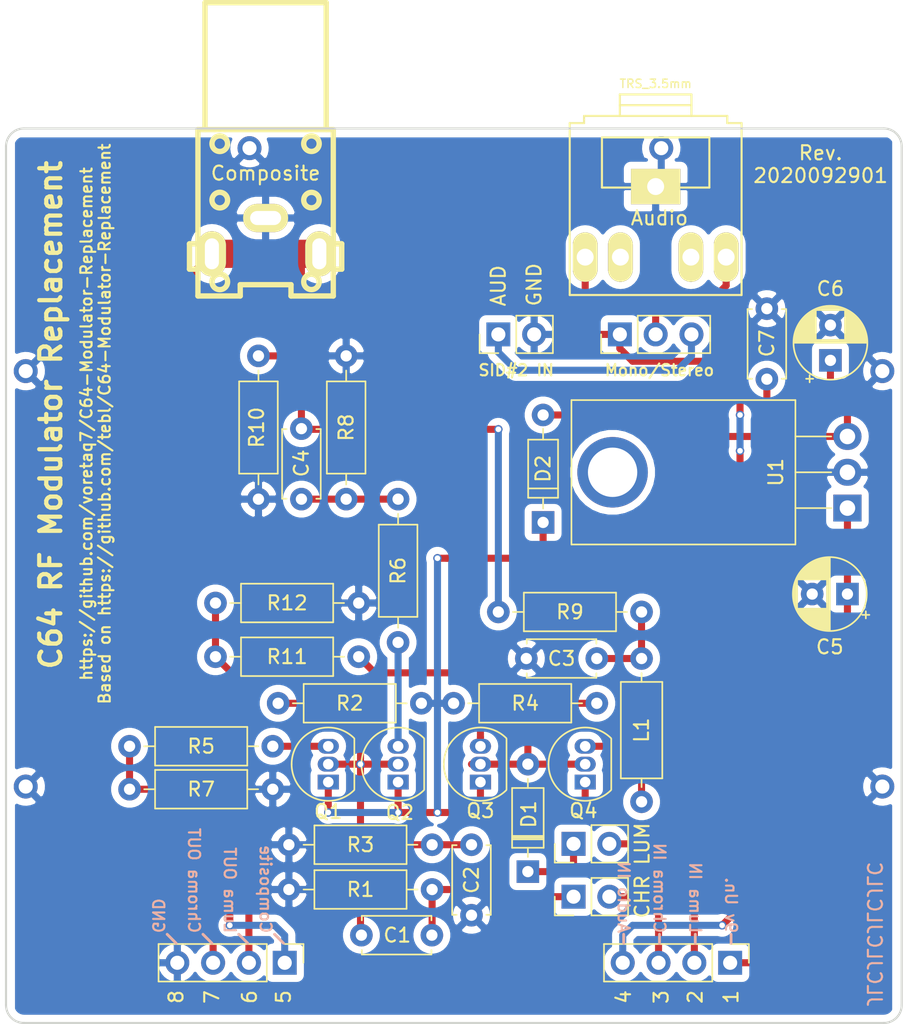
<source format=kicad_pcb>
(kicad_pcb (version 20171130) (host pcbnew "(5.1.6-0-10_14)")
  (layers (0 F.Cu signal) (31 B.Cu signal) (36 B.SilkS user) (37 F.SilkS user) (38 B.Mask user) (39 F.Mask user) (44 Edge.Cuts user))
  (net 0 "")
  (net 1 GND)
  (net 2 "Net-(C3-Pad1)")
  (net 3 "Net-(C6-Pad1)")
  (net 4 COMPOSITE)
  (net 5 VCC)
  (net 6 LUMA_IN)
  (net 7 LUMA_OUT)
  (net 8 CHROMA_OUT)
  (net 9 CHROMA_IN)
  (net 10 AUDIO_IN)
  (net 11 /AUD_R)
  (net 12 +9V)
  (net 13 "Net-(C4-Pad1)")
  (net 14 "Net-(L1-Pad2)")
  (net 15 "Net-(Q1-Pad3)")
  (net 16 "Net-(Q3-Pad3)")
  (net 17 "Net-(C1-Pad1)")
  (net 18 "Net-(D1-Pad2)")
  (net 19 "Net-(J2-Pad2)")
  (net 20 "Net-(J2-Pad3)")
  (net 21 "Net-(Q2-Pad3)")
  (net 22 "Net-(J7-Pad1)")
  (module Connector_PinHeader_2.54mm:PinHeader_1x01_P2.54mm_Vertical (layer F.Cu) (at 120.142 108.9025)
    (fp_text reference J6 hide)
    (fp_text value Conn_01x01_Female)
    (pad 1 thru_hole circle (at 0 0) (size 1.7 1.7) (drill 1) (layers *.Cu *.Mask) (net 1 GND))
  )
  (module Connector_PinHeader_2.54mm:PinHeader_1x01_P2.54mm_Vertical (layer F.Cu) (at 120.142 79.4385)
    (fp_text reference J5 hide)
    (fp_text value Conn_01x01_Female)
    (pad 1 thru_hole circle (at 0 0) (size 1.7 1.7) (drill 1) (layers *.Cu *.Mask) (net 1 GND))
  )
  (module Connector_PinHeader_2.54mm:PinHeader_1x01_P2.54mm_Vertical (layer F.Cu) (at 136.017 63.627)
    (fp_text reference J10 hide)
    (fp_text value Conn_01x01_Female)
    (pad 1 thru_hole circle (at 0 0) (size 1.7 1.7) (drill 1) (layers *.Cu *.Mask) (net 1 GND))
  )
  (module Connector_PinHeader_2.54mm:PinHeader_1x01_P2.54mm_Vertical (layer F.Cu) (at 180.9115 108.9025)
    (fp_text reference J4 hide)
    (fp_text value Conn_01x01_Female)
    (pad 1 thru_hole circle (at 0 0) (size 1.7 1.7) (drill 1) (layers *.Cu *.Mask) (net 1 GND))
  )
  (module Connector_PinHeader_2.54mm:PinHeader_1x01_P2.54mm_Vertical (layer F.Cu) (at 180.9115 79.4385)
    (fp_text reference J3 hide)
    (fp_text value Conn_01x01_Female)
    (pad 1 thru_hole circle (at 0 0) (size 1.7 1.7) (drill 1) (layers *.Cu *.Mask) (net 1 GND))
  )
  (module Connector_PinHeader_2.54mm:PinHeader_1x01_P2.54mm_Vertical (layer F.Cu) (at 165.227 63.627)
    (fp_text reference J11 hide)
    (fp_text value Conn_01x01_Female)
    (pad 1 thru_hole circle (at 0 0) (size 1.7 1.7) (drill 1) (layers *.Cu *.Mask) (net 1 GND))
  )
  (module Package_TO_SOT_THT:TO-220-3_Horizontal_TabDown (layer F.Cu) (at 178.435 89.154 90)
    (fp_text reference U1 (at 2.54 -5.08 90) (layer F.SilkS))
    (fp_text value LM7805)
    (pad 3 thru_hole oval (at 5.08 0 90) (size 1.905 2) (drill 1.1) (layers *.Cu *.Mask) (net 3 "Net-(C6-Pad1)"))
    (pad 2 thru_hole oval (at 2.54 0 90) (size 1.905 2) (drill 1.1) (layers *.Cu *.Mask) (net 1 GND))
    (pad 1 thru_hole rect (at 0 0 90) (size 1.905 2) (drill 1.1) (layers *.Cu *.Mask) (net 12 +9V))
    (pad "" thru_hole circle (at 2.54 -16.66 90) (size 5 5) (drill 3.5) (layers *.Cu *.Mask))
  )
  (module Connector_PinHeader_2.54mm:PinHeader_1x02_P2.54mm_Vertical (layer F.Cu) (at 153.67 76.835 90)
    (fp_text reference J7 hide)
    (fp_text value AUD_RIGHT)
    (pad 2 thru_hole oval (at 0 2.54 90) (size 1.7 1.7) (drill 1) (layers *.Cu *.Mask) (net 1 GND))
    (pad 1 thru_hole rect (at 0 0 90) (size 1.7 1.7) (drill 1) (layers *.Cu *.Mask) (net 22 "Net-(J7-Pad1)"))
  )
  (module Resistor_THT:R_Axial_DIN0207_L6.3mm_D2.5mm_P10.16mm_Horizontal (layer F.Cu) (at 127.508 109.093)
    (fp_text reference R7 (at 5.08 0) (layer F.SilkS))
    (fp_text value 220)
    (pad 2 thru_hole oval (at 10.16 0) (size 1.6 1.6) (drill 0.8) (layers *.Cu *.Mask) (net 1 GND))
    (pad 1 thru_hole circle (at 0 0) (size 1.6 1.6) (drill 0.8) (layers *.Cu *.Mask) (net 8 CHROMA_OUT))
  )
  (module Resistor_THT:R_Axial_DIN0207_L6.3mm_D2.5mm_P10.16mm_Horizontal (layer F.Cu) (at 127.508 106.045)
    (fp_text reference R5 (at 5.08 0) (layer F.SilkS))
    (fp_text value 68)
    (pad 2 thru_hole oval (at 10.16 0) (size 1.6 1.6) (drill 0.8) (layers *.Cu *.Mask) (net 15 "Net-(Q1-Pad3)"))
    (pad 1 thru_hole circle (at 0 0) (size 1.6 1.6) (drill 0.8) (layers *.Cu *.Mask) (net 8 CHROMA_OUT))
  )
  (module Resistor_THT:R_Axial_DIN0207_L6.3mm_D2.5mm_P10.16mm_Horizontal (layer F.Cu) (at 133.604 95.885)
    (fp_text reference R12 (at 5.08 0) (layer F.SilkS))
    (fp_text value 150)
    (pad 2 thru_hole oval (at 10.16 0) (size 1.6 1.6) (drill 0.8) (layers *.Cu *.Mask) (net 1 GND))
    (pad 1 thru_hole circle (at 0 0) (size 1.6 1.6) (drill 0.8) (layers *.Cu *.Mask) (net 7 LUMA_OUT))
  )
  (module Resistor_THT:R_Axial_DIN0207_L6.3mm_D2.5mm_P10.16mm_Horizontal (layer F.Cu) (at 133.604 99.695)
    (fp_text reference R11 (at 5.08 0) (layer F.SilkS))
    (fp_text value 150)
    (pad 2 thru_hole oval (at 10.16 0) (size 1.6 1.6) (drill 0.8) (layers *.Cu *.Mask) (net 16 "Net-(Q3-Pad3)"))
    (pad 1 thru_hole circle (at 0 0) (size 1.6 1.6) (drill 0.8) (layers *.Cu *.Mask) (net 7 LUMA_OUT))
  )
  (module Resistor_THT:R_Axial_DIN0207_L6.3mm_D2.5mm_P10.16mm_Horizontal (layer F.Cu) (at 148.971 113.03 180)
    (fp_text reference R3 (at 5.08 0) (layer F.SilkS))
    (fp_text value 5k6)
    (pad 2 thru_hole oval (at 10.16 0 180) (size 1.6 1.6) (drill 0.8) (layers *.Cu *.Mask) (net 1 GND))
    (pad 1 thru_hole circle (at 0 0 180) (size 1.6 1.6) (drill 0.8) (layers *.Cu *.Mask) (net 17 "Net-(C1-Pad1)"))
  )
  (module Resistor_THT:R_Axial_DIN0207_L6.3mm_D2.5mm_P10.16mm_Horizontal (layer F.Cu) (at 138.049 102.997)
    (fp_text reference R2 (at 5.08 0) (layer F.SilkS))
    (fp_text value 3k3)
    (pad 2 thru_hole oval (at 10.16 0) (size 1.6 1.6) (drill 0.8) (layers *.Cu *.Mask) (net 5 VCC))
    (pad 1 thru_hole circle (at 0 0) (size 1.6 1.6) (drill 0.8) (layers *.Cu *.Mask) (net 17 "Net-(C1-Pad1)"))
  )
  (module Resistor_THT:R_Axial_DIN0207_L6.3mm_D2.5mm_P10.16mm_Horizontal (layer F.Cu) (at 142.875 88.519 90)
    (fp_text reference R8 (at 5.08 0 90) (layer F.SilkS))
    (fp_text value 220)
    (pad 2 thru_hole oval (at 10.16 0 90) (size 1.6 1.6) (drill 0.8) (layers *.Cu *.Mask) (net 1 GND))
    (pad 1 thru_hole circle (at 0 0 90) (size 1.6 1.6) (drill 0.8) (layers *.Cu *.Mask) (net 13 "Net-(C4-Pad1)"))
  )
  (module Resistor_THT:R_Axial_DIN0207_L6.3mm_D2.5mm_P10.16mm_Horizontal (layer F.Cu) (at 136.652 78.359 270)
    (fp_text reference R10 (at 5.08 0.127 90) (layer F.SilkS))
    (fp_text value 150)
    (pad 2 thru_hole oval (at 10.16 0 270) (size 1.6 1.6) (drill 0.8) (layers *.Cu *.Mask) (net 1 GND))
    (pad 1 thru_hole circle (at 0 0 270) (size 1.6 1.6) (drill 0.8) (layers *.Cu *.Mask) (net 4 COMPOSITE))
  )
  (module Resistor_THT:R_Axial_DIN0207_L6.3mm_D2.5mm_P10.16mm_Horizontal (layer F.Cu) (at 146.558 88.519 270)
    (fp_text reference R6 (at 5.08 0 90) (layer F.SilkS))
    (fp_text value 68)
    (pad 2 thru_hole oval (at 10.16 0 270) (size 1.6 1.6) (drill 0.8) (layers *.Cu *.Mask) (net 21 "Net-(Q2-Pad3)"))
    (pad 1 thru_hole circle (at 0 0 270) (size 1.6 1.6) (drill 0.8) (layers *.Cu *.Mask) (net 13 "Net-(C4-Pad1)"))
  )
  (module Resistor_THT:R_Axial_DIN0207_L6.3mm_D2.5mm_P10.16mm_Horizontal (layer F.Cu) (at 153.67 96.52)
    (fp_text reference R9 (at 5.08 0) (layer F.SilkS))
    (fp_text value 150)
    (pad 2 thru_hole oval (at 10.16 0) (size 1.6 1.6) (drill 0.8) (layers *.Cu *.Mask) (net 2 "Net-(C3-Pad1)"))
    (pad 1 thru_hole circle (at 0 0) (size 1.6 1.6) (drill 0.8) (layers *.Cu *.Mask) (net 4 COMPOSITE))
  )
  (module Resistor_THT:R_Axial_DIN0207_L6.3mm_D2.5mm_P10.16mm_Horizontal (layer F.Cu) (at 148.971 116.205 180)
    (fp_text reference R1 (at 5.08 0) (layer F.SilkS))
    (fp_text value 1k)
    (pad 2 thru_hole oval (at 10.16 0 180) (size 1.6 1.6) (drill 0.8) (layers *.Cu *.Mask) (net 1 GND))
    (pad 1 thru_hole circle (at 0 0 180) (size 1.6 1.6) (drill 0.8) (layers *.Cu *.Mask) (net 9 CHROMA_IN))
  )
  (module Resistor_THT:R_Axial_DIN0207_L6.3mm_D2.5mm_P10.16mm_Horizontal (layer F.Cu) (at 150.495 102.997)
    (fp_text reference R4 (at 5.08 0) (layer F.SilkS))
    (fp_text value 470)
    (pad 2 thru_hole oval (at 10.16 0) (size 1.6 1.6) (drill 0.8) (layers *.Cu *.Mask) (net 18 "Net-(D1-Pad2)"))
    (pad 1 thru_hole circle (at 0 0) (size 1.6 1.6) (drill 0.8) (layers *.Cu *.Mask) (net 5 VCC))
  )
  (module Package_TO_SOT_THT:TO-92_Inline (layer F.Cu) (at 141.605 108.585 90)
    (fp_text reference Q1 (at -2.0955 0 180) (layer F.SilkS))
    (fp_text value BC549)
    (pad 1 thru_hole rect (at 0 0 90) (size 1.05 1.5) (drill 0.75) (layers *.Cu *.Mask) (net 5 VCC))
    (pad 3 thru_hole oval (at 2.54 0 90) (size 1.05 1.5) (drill 0.75) (layers *.Cu *.Mask) (net 15 "Net-(Q1-Pad3)"))
    (pad 2 thru_hole oval (at 1.27 0 90) (size 1.05 1.5) (drill 0.75) (layers *.Cu *.Mask) (net 17 "Net-(C1-Pad1)"))
  )
  (module Package_TO_SOT_THT:TO-92_Inline (layer F.Cu) (at 146.558 108.585 90)
    (fp_text reference Q2 (at -2.159 0.127 180) (layer F.SilkS))
    (fp_text value BC549)
    (pad 1 thru_hole rect (at 0 0 90) (size 1.05 1.5) (drill 0.75) (layers *.Cu *.Mask) (net 5 VCC))
    (pad 3 thru_hole oval (at 2.54 0 90) (size 1.05 1.5) (drill 0.75) (layers *.Cu *.Mask) (net 21 "Net-(Q2-Pad3)"))
    (pad 2 thru_hole oval (at 1.27 0 90) (size 1.05 1.5) (drill 0.75) (layers *.Cu *.Mask) (net 17 "Net-(C1-Pad1)"))
  )
  (module Package_TO_SOT_THT:TO-92_Inline (layer F.Cu) (at 159.8295 108.585 90)
    (fp_text reference Q4 (at -2.032 -0.127 180) (layer F.SilkS))
    (fp_text value BC549)
    (pad 2 thru_hole oval (at 1.27 0 90) (size 1.05 1.5) (drill 0.75) (layers *.Cu *.Mask) (net 18 "Net-(D1-Pad2)"))
    (pad 3 thru_hole oval (at 2.54 0 90) (size 1.05 1.5) (drill 0.75) (layers *.Cu *.Mask) (net 14 "Net-(L1-Pad2)"))
    (pad 1 thru_hole rect (at 0 0 90) (size 1.05 1.5) (drill 0.75) (layers *.Cu *.Mask) (net 5 VCC))
  )
  (module Package_TO_SOT_THT:TO-92_Inline (layer F.Cu) (at 152.4 108.585 90)
    (fp_text reference Q3 (at -2.032 0 180) (layer F.SilkS))
    (fp_text value BC549)
    (pad 2 thru_hole oval (at 1.27 0 90) (size 1.05 1.5) (drill 0.75) (layers *.Cu *.Mask) (net 18 "Net-(D1-Pad2)"))
    (pad 3 thru_hole oval (at 2.54 0 90) (size 1.05 1.5) (drill 0.75) (layers *.Cu *.Mask) (net 16 "Net-(Q3-Pad3)"))
    (pad 1 thru_hole rect (at 0 0 90) (size 1.05 1.5) (drill 0.75) (layers *.Cu *.Mask) (net 5 VCC))
  )
  (module Inductor_THT:L_Axial_L6.6mm_D2.7mm_P10.16mm_Horizontal_Vishay_IM-2 (layer F.Cu) (at 163.83 99.822 270)
    (fp_text reference L1 (at 5.08 0 90) (layer F.SilkS))
    (fp_text value 10uH)
    (pad 2 thru_hole oval (at 10.16 0 270) (size 1.6 1.6) (drill 0.8) (layers *.Cu *.Mask) (net 14 "Net-(L1-Pad2)"))
    (pad 1 thru_hole circle (at 0 0 270) (size 1.6 1.6) (drill 0.8) (layers *.Cu *.Mask) (net 2 "Net-(C3-Pad1)"))
  )
  (module Connector_PinHeader_2.54mm:PinHeader_1x02_P2.54mm_Vertical (layer F.Cu) (at 159.004 112.9665 90)
    (fp_text reference JP2 hide)
    (fp_text value LUM (at 0 4.87 90) (layer F.SilkS))
    (pad 2 thru_hole oval (at 0 2.54 90) (size 1.7 1.7) (drill 1) (layers *.Cu *.Mask) (net 19 "Net-(J2-Pad2)"))
    (pad 1 thru_hole rect (at 0 0 90) (size 1.7 1.7) (drill 1) (layers *.Cu *.Mask) (net 6 LUMA_IN))
  )
  (module Connector_PinHeader_2.54mm:PinHeader_1x02_P2.54mm_Vertical (layer F.Cu) (at 159.004 116.713 90)
    (fp_text reference JP1 hide)
    (fp_text value CHR (at 0 4.87 90) (layer F.SilkS))
    (pad 2 thru_hole oval (at 0 2.54 90) (size 1.7 1.7) (drill 1) (layers *.Cu *.Mask) (net 20 "Net-(J2-Pad3)"))
    (pad 1 thru_hole rect (at 0 0 90) (size 1.7 1.7) (drill 1) (layers *.Cu *.Mask) (net 9 CHROMA_IN))
  )
  (module Diode_THT:D_DO-35_SOD27_P7.62mm_Horizontal (layer F.Cu) (at 155.7655 114.935 90)
    (fp_text reference D1 (at 4.064 0.0635 90) (layer F.SilkS))
    (fp_text value 1n4148)
    (pad 2 thru_hole oval (at 7.62 0 90) (size 1.6 1.6) (drill 0.8) (layers *.Cu *.Mask) (net 18 "Net-(D1-Pad2)"))
    (pad 1 thru_hole rect (at 0 0 90) (size 1.6 1.6) (drill 0.8) (layers *.Cu *.Mask) (net 6 LUMA_IN))
  )
  (module Capacitor_THT:C_Disc_D4.7mm_W2.5mm_P5.00mm (layer F.Cu) (at 172.72 80.01 90)
    (fp_text reference C7 (at 2.54 0 90) (layer F.SilkS))
    (fp_text value 100nF)
    (pad 2 thru_hole circle (at 5 0 90) (size 1.6 1.6) (drill 0.8) (layers *.Cu *.Mask) (net 1 GND))
    (pad 1 thru_hole circle (at 0 0 90) (size 1.6 1.6) (drill 0.8) (layers *.Cu *.Mask) (net 3 "Net-(C6-Pad1)"))
  )
  (module Capacitor_THT:CP_Radial_D5.0mm_P2.50mm (layer F.Cu) (at 177.2285 78.6765 90)
    (fp_text reference C6 (at 5.08 0 180) (layer F.SilkS))
    (fp_text value 10uF)
    (pad 2 thru_hole circle (at 2.5 0 90) (size 1.6 1.6) (drill 0.8) (layers *.Cu *.Mask) (net 1 GND))
    (pad 1 thru_hole rect (at 0 0 90) (size 1.6 1.6) (drill 0.8) (layers *.Cu *.Mask) (net 3 "Net-(C6-Pad1)"))
  )
  (module Capacitor_THT:CP_Radial_D5.0mm_P2.50mm (layer F.Cu) (at 178.435 95.25 180)
    (fp_text reference C5 (at 1.25 -3.75) (layer F.SilkS))
    (fp_text value 22uF)
    (pad 2 thru_hole circle (at 2.5 0 180) (size 1.6 1.6) (drill 0.8) (layers *.Cu *.Mask) (net 1 GND))
    (pad 1 thru_hole rect (at 0 0 180) (size 1.6 1.6) (drill 0.8) (layers *.Cu *.Mask) (net 12 +9V))
  )
  (module Capacitor_THT:C_Disc_D4.7mm_W2.5mm_P5.00mm (layer F.Cu) (at 139.7 88.519 90)
    (fp_text reference C4 (at 2.54 0 90) (layer F.SilkS))
    (fp_text value 68pF)
    (pad 2 thru_hole circle (at 5 0 90) (size 1.6 1.6) (drill 0.8) (layers *.Cu *.Mask) (net 4 COMPOSITE))
    (pad 1 thru_hole circle (at 0 0 90) (size 1.6 1.6) (drill 0.8) (layers *.Cu *.Mask) (net 13 "Net-(C4-Pad1)"))
  )
  (module Capacitor_THT:C_Disc_D4.7mm_W2.5mm_P5.00mm (layer F.Cu) (at 151.765 113.03 270)
    (fp_text reference C2 (at 2.5 0 90) (layer F.SilkS))
    (fp_text value 150pF)
    (pad 2 thru_hole circle (at 5 0 270) (size 1.6 1.6) (drill 0.8) (layers *.Cu *.Mask) (net 1 GND))
    (pad 1 thru_hole circle (at 0 0 270) (size 1.6 1.6) (drill 0.8) (layers *.Cu *.Mask) (net 17 "Net-(C1-Pad1)"))
  )
  (module Capacitor_THT:C_Disc_D4.7mm_W2.5mm_P5.00mm (layer F.Cu) (at 143.9545 119.4435)
    (fp_text reference C1 (at 2.54 0) (layer F.SilkS))
    (fp_text value 330pF)
    (pad 2 thru_hole circle (at 5 0) (size 1.6 1.6) (drill 0.8) (layers *.Cu *.Mask) (net 9 CHROMA_IN))
    (pad 1 thru_hole circle (at 0 0) (size 1.6 1.6) (drill 0.8) (layers *.Cu *.Mask) (net 17 "Net-(C1-Pad1)"))
  )
  (module Capacitor_THT:C_Disc_D4.7mm_W2.5mm_P5.00mm (layer F.Cu) (at 160.655 99.822 180)
    (fp_text reference C3 (at 2.5 0) (layer F.SilkS))
    (fp_text value 330pF)
    (pad 2 thru_hole circle (at 5 0 180) (size 1.6 1.6) (drill 0.8) (layers *.Cu *.Mask) (net 1 GND))
    (pad 1 thru_hole circle (at 0 0 180) (size 1.6 1.6) (drill 0.8) (layers *.Cu *.Mask) (net 2 "Net-(C3-Pad1)"))
  )
  (module trs:Tayda_3.5mm_stereo_TRS_jack_A-853 (layer F.Cu) (at 164.83 67.945)
    (fp_text reference J8 hide)
    (fp_text value TRS_3.5mm (at 0 -8.89) (layer F.SilkS) (effects (font (size 0.6 0.6) (thickness 0.1))))
    (pad 1 thru_hole rect (at 0 -1.596) (size 3.5 2.5) (drill 1.2) (layers *.Cu *.Mask F.SilkS) (net 1 GND))
    (pad 2 thru_hole oval (at 5 3.41) (size 1.75 3.5) (drill 1.2) (layers *.Cu *.Mask F.SilkS) (net 11 /AUD_R))
    (pad 5 thru_hole oval (at -5 3.41) (size 1.75 3.5) (drill 1.2) (layers *.Cu *.Mask F.SilkS) (net 10 AUDIO_IN))
    (pad 3 thru_hole oval (at 2.5 3.41) (size 1.75 3.5) (drill 1.2) (layers *.Cu *.Mask F.SilkS))
    (pad 4 thru_hole oval (at -2.5 3.41) (size 1.75 3.5) (drill 1.2) (layers *.Cu *.Mask F.SilkS))
  )
  (module rca:rca_yellow (layer F.Cu) (at 137.16 67.31 180)
    (fp_text reference J9 hide)
    (fp_text value RCA_PLUG)
    (pad 2 thru_hole oval (at 3.81 -3.81 180) (size 1.99898 3.19786) (drill oval 0.99568 2.1971) (layers *.Cu *.Mask F.SilkS) (net 4 COMPOSITE))
    (pad 1 thru_hole oval (at 0 -1.27 180) (size 3.19786 1.99898) (drill oval 2.1971 0.99568) (layers *.Cu *.Mask F.SilkS) (net 1 GND))
    (pad 2 thru_hole oval (at -3.81 -3.81 180) (size 1.99898 3.19786) (drill oval 0.99568 2.1971) (layers *.Cu *.Mask F.SilkS) (net 4 COMPOSITE))
  )
  (module Pin_Headers:Pin_Header_Straight_1x04_Pitch2.54mm (layer F.Cu) (at 138.515 121.4 270)
    (fp_text reference J1 hide)
    (fp_text value 8765)
    (pad 1 thru_hole rect (at 0 0 270) (size 1.7 1.7) (drill 1) (layers *.Cu *.Mask) (net 4 COMPOSITE))
    (pad 2 thru_hole oval (at 0 2.54 270) (size 1.7 1.7) (drill 1) (layers *.Cu *.Mask) (net 7 LUMA_OUT))
    (pad 3 thru_hole oval (at 0 5.08 270) (size 1.7 1.7) (drill 1) (layers *.Cu *.Mask) (net 8 CHROMA_OUT))
    (pad 4 thru_hole oval (at 0 7.62 270) (size 1.7 1.7) (drill 1) (layers *.Cu *.Mask) (net 1 GND))
  )
  (module Pin_Headers:Pin_Header_Straight_1x04_Pitch2.54mm (layer F.Cu) (at 170.115 121.4 270)
    (fp_text reference J2 hide)
    (fp_text value 4321)
    (pad 1 thru_hole rect (at 0 0 270) (size 1.7 1.7) (drill 1) (layers *.Cu *.Mask) (net 12 +9V))
    (pad 2 thru_hole oval (at 0 2.54 270) (size 1.7 1.7) (drill 1) (layers *.Cu *.Mask) (net 19 "Net-(J2-Pad2)"))
    (pad 3 thru_hole oval (at 0 5.08 270) (size 1.7 1.7) (drill 1) (layers *.Cu *.Mask) (net 20 "Net-(J2-Pad3)"))
    (pad 4 thru_hole oval (at 0 7.62 270) (size 1.7 1.7) (drill 1) (layers *.Cu *.Mask) (net 10 AUDIO_IN))
  )
  (module Pin_Headers:Pin_Header_Straight_1x03_Pitch2.54mm (layer F.Cu) (at 162.29 76.835 90)
    (fp_text reference JP3 hide)
    (fp_text value AUD_MONO)
    (pad 1 thru_hole rect (at 0 0 90) (size 1.7 1.7) (drill 1) (layers *.Cu *.Mask) (net 10 AUDIO_IN))
    (pad 2 thru_hole oval (at 0 2.54 90) (size 1.7 1.7) (drill 1) (layers *.Cu *.Mask) (net 11 /AUD_R))
    (pad 3 thru_hole oval (at 0 5.08 90) (size 1.7 1.7) (drill 1) (layers *.Cu *.Mask) (net 22 "Net-(J7-Pad1)"))
  )
  (module Diodes_THT:D_DO-35_SOD27_P7.62mm_Horizontal (layer F.Cu) (at 156.845 90.17 90)
    (fp_text reference D2 (at 3.81 0 90) (layer F.SilkS))
    (fp_text value 1n4148)
    (pad 1 thru_hole rect (at 0 0 90) (size 1.6 1.6) (drill 0.8) (layers *.Cu *.Mask) (net 5 VCC))
    (pad 2 thru_hole oval (at 7.62 0 90) (size 1.6 1.6) (drill 0.8) (layers *.Cu *.Mask) (net 3 "Net-(C6-Pad1)"))
  )
  (gr_text "https://github.com/voretaq7/C64-Modulator-Replacement\nBased on https://github.com/tebl/C64-Modulator-Replacement" (at 125.095 83.185 90) (layer F.SilkS) (effects (font (size 0.8 0.8))))
  (gr_text JLCJLCJLCJLC (at 180.34 119.38 270) (layer B.SilkS) (effects (font (size 1 1)) (justify mirror)))
  (gr_text "C64 RF Modulator Replacement" (at 121.92 82.55 90) (layer F.SilkS) (effects (font (size 1.5 1.5) (thickness 0.3))))
  (gr_text 6 (at 136.017 123.825 90) (layer F.SilkS) (effects (font (size 1 1))))
  (gr_text 3 (at 165.227 123.825 90) (layer F.SilkS) (effects (font (size 1 1))))
  (gr_text AUD (at 153.67 74.93 90) (layer F.SilkS) (effects (font (size 1 1)) (justify left)))
  (gr_text GND (at 156.21 74.93 90) (layer F.SilkS) (effects (font (size 1 1)) (justify left)))
  (gr_text "SID#2 IN" (at 154.94 79.375) (layer F.SilkS) (effects (font (size 0.8 0.8))))
  (gr_text "Rev.\n2020092901" (at 176.53 64.77) (layer F.SilkS) (effects (font (size 1 1))))
  (gr_text 2 (at 167.64 123.825 90) (layer F.SilkS) (effects (font (size 1 1))))
  (gr_text 7 (at 133.35 123.825 90) (layer F.SilkS) (effects (font (size 1 1))))
  (gr_text 8 (at 130.81 123.825 90) (layer F.SilkS) (effects (font (size 1 1))))
  (gr_text 5 (at 138.43 123.825 90) (layer F.SilkS) (effects (font (size 1 1))))
  (gr_text 4 (at 162.56 123.825 90) (layer F.SilkS) (effects (font (size 1 1))))
  (gr_text 1 (at 170.18 123.825 90) (layer F.SilkS) (effects (font (size 1 1))))
  (gr_text Audio (at 165.1 68.58) (layer F.SilkS) (effects (font (size 1 1))))
  (gr_text Composite (at 137.16 65.405) (layer F.SilkS) (effects (font (size 1 1))))
  (gr_line (start 170.18 119.38) (end 170.18 120.015) (angle 90) (layer B.SilkS) (width 0.2))
  (gr_line (start 167.64 119.38) (end 167.64 120.015) (angle 90) (layer B.SilkS) (width 0.2))
  (gr_line (start 165.1 119.38) (end 165.1 120.015) (angle 90) (layer B.SilkS) (width 0.2))
  (gr_line (start 162.56 119.38) (end 162.56 120.015) (angle 90) (layer B.SilkS) (width 0.2))
  (gr_line (start 138.43 120.015) (end 137.795 119.38) (angle 90) (layer B.SilkS) (width 0.2))
  (gr_line (start 135.89 120.015) (end 135.255 119.38) (angle 90) (layer B.SilkS) (width 0.2))
  (gr_line (start 133.35 120.015) (end 132.715 119.38) (angle 90) (layer B.SilkS) (width 0.2))
  (gr_line (start 130.81 120.015) (end 130.175 119.38) (angle 90) (layer B.SilkS) (width 0.2))
  (gr_text "9v Un." (at 170.18 119.38 270) (layer B.SilkS) (effects (font (size 0.8 0.8)) (justify left mirror)))
  (gr_text GND (at 129.54 119.38 270) (layer B.SilkS) (effects (font (size 0.8 0.8)) (justify left mirror)))
  (gr_text "Chroma OUT" (at 132.08 119.38 270) (layer B.SilkS) (effects (font (size 0.8 0.8)) (justify left mirror)))
  (gr_text "Luma OUT" (at 134.62 119.38 270) (layer B.SilkS) (effects (font (size 0.8 0.8)) (justify left mirror)))
  (gr_text Composite (at 137.16 119.38 270) (layer B.SilkS) (effects (font (size 0.8 0.8)) (justify left mirror)))
  (gr_text "Luma IN" (at 167.64 119.38 270) (layer B.SilkS) (effects (font (size 0.8 0.8)) (justify left mirror)))
  (gr_text "Chroma IN" (at 165.1 119.38 270) (layer B.SilkS) (effects (font (size 0.8 0.8)) (justify left mirror)))
  (gr_text "Audio IN" (at 162.56 119.38 270) (layer B.SilkS) (effects (font (size 0.8 0.8)) (justify left mirror)))
  (gr_text Mono/Stereo (at 165.1 79.375) (layer F.SilkS) (effects (font (size 0.8 0.8))))
  (gr_arc (start 181.015 63.5) (end 181.015 62.23) (angle 90) (layer Edge.Cuts) (width 0.15))
  (gr_line (start 182.285 63.5) (end 182.285 124.4) (angle 90) (layer Edge.Cuts) (width 0.15))
  (gr_line (start 120.015 125.67) (end 181.015 125.67) (angle 90) (layer Edge.Cuts) (width 0.15))
  (gr_arc (start 120.015 124.4) (end 120.015 125.67) (angle 90) (layer Edge.Cuts) (width 0.15))
  (gr_arc (start 181.015 124.4) (end 182.285 124.4) (angle 90) (layer Edge.Cuts) (width 0.15))
  (gr_arc (start 120.015 63.5) (end 118.745 63.5) (angle 90) (layer Edge.Cuts) (width 0.15))
  (gr_line (start 118.745 63.5) (end 118.745 124.4) (angle 90) (layer Edge.Cuts) (width 0.15))
  (gr_line (start 120.015 62.23) (end 181.015 62.23) (angle 90) (layer Edge.Cuts) (width 0.15))
  (segment (start 165.227 65.952) (end 164.83 66.349) (width 0.25) (layer B.Cu) (net 1))
  (segment (start 165.227 63.627) (end 165.227 65.952) (width 0.5) (layer B.Cu) (net 1))
  (segment (start 160.655 99.822) (end 163.83 99.822) (width 0.5) (layer F.Cu) (net 2))
  (segment (start 163.83 96.52) (end 163.83 99.822) (width 0.5) (layer F.Cu) (net 2))
  (segment (start 156.845 82.55) (end 168.275 82.55) (width 0.5) (layer F.Cu) (net 3))
  (segment (start 177.2285 78.6765) (end 177.2285 80.4545) (width 0.5) (layer F.Cu) (net 3))
  (segment (start 177.2285 80.4545) (end 178.435 81.661) (width 0.5) (layer F.Cu) (net 3))
  (segment (start 178.435 84.074) (end 178.435 81.661) (width 0.5) (layer F.Cu) (net 3))
  (segment (start 169.799 84.074) (end 169.291 83.566) (width 0.5) (layer F.Cu) (net 3))
  (segment (start 169.291 83.566) (end 169.545 83.82) (width 0.5) (layer F.Cu) (net 3))
  (segment (start 168.275 82.55) (end 169.291 83.566) (width 0.5) (layer F.Cu) (net 3))
  (segment (start 172.72 83.947) (end 172.847 84.074) (width 0.5) (layer F.Cu) (net 3))
  (segment (start 172.72 80.01) (end 172.72 83.947) (width 0.5) (layer F.Cu) (net 3))
  (segment (start 172.847 84.074) (end 169.799 84.074) (width 0.5) (layer F.Cu) (net 3))
  (segment (start 178.435 84.074) (end 172.847 84.074) (width 0.5) (layer F.Cu) (net 3))
  (via (at 153.67 83.566) (size 0.6) (drill 0.4) (layers F.Cu B.Cu) (net 4))
  (segment (start 133.35 71.12) (end 132.715 71.12) (width 0.5) (layer F.Cu) (net 4))
  (segment (start 153.67 96.52) (end 153.67 83.566) (width 0.5) (layer B.Cu) (net 4))
  (segment (start 139.747 83.566) (end 139.7 83.519) (width 0.5) (layer F.Cu) (net 4))
  (segment (start 153.67 83.566) (end 139.747 83.566) (width 0.5) (layer F.Cu) (net 4))
  (segment (start 139.7 71.247) (end 139.827 71.12) (width 0.5) (layer F.Cu) (net 4))
  (segment (start 139.827 71.12) (end 140.97 71.12) (width 0.5) (layer F.Cu) (net 4))
  (segment (start 139.446 78.359) (end 139.7 78.105) (width 0.5) (layer F.Cu) (net 4))
  (segment (start 136.652 78.359) (end 139.446 78.359) (width 0.5) (layer F.Cu) (net 4))
  (segment (start 139.7 78.105) (end 139.7 71.247) (width 0.5) (layer F.Cu) (net 4))
  (segment (start 139.7 83.519) (end 139.7 78.105) (width 0.5) (layer F.Cu) (net 4))
  (segment (start 138.049 118.999) (end 138.515 119.465) (width 0.5) (layer B.Cu) (net 4))
  (segment (start 138.515 119.465) (end 138.515 121.4) (width 0.5) (layer B.Cu) (net 4))
  (segment (start 140.97 71.12) (end 133.35 71.12) (width 2) (layer F.Cu) (net 4))
  (segment (start 133.35 71.12) (end 131.445 73.025) (width 0.5) (layer F.Cu) (net 4))
  (segment (start 131.445 73.025) (end 131.445 103.505) (width 0.5) (layer F.Cu) (net 4))
  (segment (start 131.445 103.505) (end 131.445 104.14) (width 0.5) (layer F.Cu) (net 4))
  (via (at 134.62 118.745) (size 0.6) (drill 0.4) (layers F.Cu B.Cu) (net 4))
  (segment (start 134.62 107.315) (end 134.62 118.745) (width 0.5) (layer F.Cu) (net 4))
  (segment (start 131.445 104.14) (end 134.62 107.315) (width 0.5) (layer F.Cu) (net 4))
  (segment (start 134.62 118.745) (end 137.795 118.745) (width 0.5) (layer B.Cu) (net 4))
  (segment (start 138.515 119.465) (end 137.795 118.745) (width 0.5) (layer B.Cu) (net 4))
  (via (at 141.605 110.744) (size 0.6) (drill 0.4) (layers F.Cu B.Cu) (net 5))
  (via (at 146.558 110.744) (size 0.6) (drill 0.4) (layers F.Cu B.Cu) (net 5))
  (segment (start 141.732 110.744) (end 146.558 110.744) (width 0.5) (layer B.Cu) (net 5))
  (segment (start 156.845 90.17) (end 156.845 92.71) (width 0.5) (layer F.Cu) (net 5))
  (segment (start 156.845 92.71) (end 154.94 92.71) (width 0.5) (layer F.Cu) (net 5))
  (segment (start 141.605 108.585) (end 141.605 110.617) (width 0.5) (layer F.Cu) (net 5))
  (segment (start 146.558 108.585) (end 146.558 110.744) (width 0.5) (layer F.Cu) (net 5))
  (segment (start 152.4 108.585) (end 152.4 110.744) (width 0.5) (layer F.Cu) (net 5))
  (via (at 149.352 92.71) (size 0.6) (drill 0.4) (layers F.Cu B.Cu) (net 5))
  (segment (start 149.352 102.87) (end 149.225 102.997) (width 0.5) (layer B.Cu) (net 5))
  (segment (start 149.352 92.71) (end 149.352 102.87) (width 0.5) (layer B.Cu) (net 5))
  (segment (start 149.225 102.997) (end 148.209 102.997) (width 0.5) (layer B.Cu) (net 5))
  (segment (start 150.495 102.997) (end 149.225 102.997) (width 0.5) (layer B.Cu) (net 5))
  (segment (start 149.352 110.744) (end 146.558 110.744) (width 0.5) (layer F.Cu) (net 5))
  (via (at 149.352 110.744) (size 0.6) (drill 0.4) (layers F.Cu B.Cu) (net 5))
  (segment (start 149.352 110.744) (end 149.352 102.87) (width 0.5) (layer B.Cu) (net 5))
  (segment (start 151.003 92.71) (end 149.987 92.71) (width 0.5) (layer F.Cu) (net 5))
  (segment (start 149.352 92.71) (end 151.003 92.71) (width 0.5) (layer F.Cu) (net 5))
  (segment (start 154.94 92.71) (end 151.003 92.71) (width 0.5) (layer F.Cu) (net 5))
  (segment (start 159.8295 110.744) (end 159.8295 108.585) (width 0.5) (layer F.Cu) (net 5))
  (segment (start 149.352 110.744) (end 159.8295 110.744) (width 0.5) (layer F.Cu) (net 5))
  (segment (start 148.209 102.997) (end 150.495 102.997) (width 0.5) (layer B.Cu) (net 5))
  (segment (start 155.321 114.935) (end 155.321 115.316) (width 0.25) (layer B.Cu) (net 6))
  (segment (start 159.004 114.7445) (end 158.8135 114.935) (width 0.5) (layer F.Cu) (net 6))
  (segment (start 155.7655 114.935) (end 158.8135 114.935) (width 0.5) (layer F.Cu) (net 6))
  (segment (start 159.004 114.7445) (end 159.004 112.9665) (width 0.5) (layer F.Cu) (net 6))
  (segment (start 133.604 95.885) (end 133.604 99.695) (width 0.5) (layer F.Cu) (net 7))
  (segment (start 135.975 102.066) (end 135.975 121.4) (width 0.5) (layer F.Cu) (net 7))
  (segment (start 133.604 99.695) (end 135.975 102.066) (width 0.5) (layer F.Cu) (net 7))
  (segment (start 127.508 106.045) (end 127.508 109.093) (width 0.5) (layer F.Cu) (net 8))
  (segment (start 127.508 109.093) (end 132.6515 109.093) (width 0.5) (layer F.Cu) (net 8))
  (segment (start 133.435 109.8765) (end 133.435 121.4) (width 0.5) (layer F.Cu) (net 8))
  (segment (start 132.6515 109.093) (end 133.435 109.8765) (width 0.5) (layer F.Cu) (net 8))
  (segment (start 148.971 119.808) (end 148.891 119.888) (width 0.25) (layer F.Cu) (net 9))
  (segment (start 148.971 116.205) (end 148.971 119.808) (width 0.5) (layer F.Cu) (net 9))
  (segment (start 153.416 116.205) (end 148.971 116.205) (width 0.5) (layer F.Cu) (net 9))
  (segment (start 153.924 116.713) (end 153.416 116.205) (width 0.5) (layer F.Cu) (net 9))
  (segment (start 153.924 116.713) (end 159.004 116.713) (width 0.5) (layer F.Cu) (net 9))
  (segment (start 162.29 76.835) (end 160.655 76.835) (width 0.5) (layer F.Cu) (net 10))
  (segment (start 159.83 76.01) (end 159.83 71.355) (width 0.5) (layer F.Cu) (net 10))
  (segment (start 160.655 76.835) (end 159.83 76.01) (width 0.5) (layer F.Cu) (net 10))
  (segment (start 170.815 82.55) (end 170.815 82.55) (width 0.5) (layer F.Cu) (net 10))
  (segment (start 170.815 80.01) (end 169.545 78.74) (width 0.5) (layer F.Cu) (net 10))
  (segment (start 169.545 78.74) (end 163.195 78.74) (width 0.5) (layer F.Cu) (net 10))
  (segment (start 163.195 78.74) (end 162.29 77.835) (width 0.5) (layer F.Cu) (net 10))
  (segment (start 162.29 76.835) (end 162.29 77.835) (width 0.5) (layer F.Cu) (net 10))
  (segment (start 169.545 118.745) (end 170.815 117.475) (width 0.5) (layer F.Cu) (net 10))
  (segment (start 162.495 119.445) (end 163.195 118.745) (width 0.5) (layer B.Cu) (net 10))
  (segment (start 163.195 118.745) (end 169.545 118.745) (width 0.5) (layer B.Cu) (net 10))
  (via (at 169.545 118.745) (size 0.6) (drill 0.4) (layers F.Cu B.Cu) (net 10))
  (segment (start 170.815 97.79) (end 170.815 117.475) (width 0.5) (layer F.Cu) (net 10))
  (segment (start 162.495 119.445) (end 162.495 121.4) (width 0.5) (layer B.Cu) (net 10))
  (segment (start 170.815 97.79) (end 170.815 85.09) (width 0.5) (layer F.Cu) (net 10))
  (segment (start 170.815 85.09) (end 170.815 85.09) (width 0.5) (layer F.Cu) (net 10))
  (via (at 170.815 85.09) (size 0.6) (drill 0.4) (layers F.Cu B.Cu) (net 10))
  (segment (start 170.815 82.55) (end 170.815 80.01) (width 0.5) (layer F.Cu) (net 10))
  (via (at 170.815 82.55) (size 0.6) (drill 0.4) (layers F.Cu B.Cu) (net 10))
  (segment (start 170.815 82.55) (end 170.815 85.09) (width 0.5) (layer B.Cu) (net 10))
  (segment (start 169.83 71.355) (end 169.83 73.375) (width 0.5) (layer F.Cu) (net 11))
  (segment (start 164.83 75.2) (end 164.83 76.835) (width 0.5) (layer F.Cu) (net 11))
  (segment (start 165.735 74.295) (end 164.83 75.2) (width 0.5) (layer F.Cu) (net 11))
  (segment (start 168.91 74.295) (end 165.735 74.295) (width 0.5) (layer F.Cu) (net 11))
  (segment (start 169.83 73.375) (end 168.91 74.295) (width 0.5) (layer F.Cu) (net 11))
  (segment (start 178.435 95.25) (end 178.435 120.65) (width 0.5) (layer F.Cu) (net 12))
  (segment (start 177.685 121.4) (end 174.51 121.4) (width 0.5) (layer F.Cu) (net 12))
  (segment (start 178.435 120.65) (end 177.685 121.4) (width 0.5) (layer F.Cu) (net 12))
  (segment (start 178.435 95.25) (end 178.435 88.9) (width 0.5) (layer F.Cu) (net 12))
  (segment (start 174.51 121.4) (end 170.115 121.4) (width 0.5) (layer F.Cu) (net 12))
  (segment (start 146.558 88.519) (end 142.875 88.519) (width 0.5) (layer F.Cu) (net 13))
  (segment (start 142.875 88.519) (end 139.7 88.519) (width 0.5) (layer F.Cu) (net 13))
  (segment (start 163.83 109.363) (end 163.83 110.49) (width 0.25) (layer F.Cu) (net 14))
  (segment (start 159.512 106.045) (end 161.925 106.045) (width 0.5) (layer F.Cu) (net 14))
  (segment (start 161.925 106.045) (end 163.83 107.95) (width 0.5) (layer F.Cu) (net 14))
  (segment (start 163.83 107.95) (end 163.83 109.982) (width 0.5) (layer F.Cu) (net 14))
  (segment (start 137.668 106.045) (end 141.605 106.045) (width 0.5) (layer F.Cu) (net 15))
  (segment (start 143.764 99.695) (end 144.907 100.838) (width 0.5) (layer F.Cu) (net 16))
  (segment (start 144.907 100.838) (end 151.13 100.838) (width 0.5) (layer F.Cu) (net 16))
  (segment (start 151.13 100.838) (end 151.638 100.838) (width 0.5) (layer F.Cu) (net 16))
  (segment (start 151.638 100.838) (end 152.4 101.6) (width 0.5) (layer F.Cu) (net 16))
  (segment (start 151.765 106.045) (end 152.4 105.41) (width 0.25) (layer F.Cu) (net 16))
  (segment (start 152.4 105.41) (end 152.4 106.045) (width 0.5) (layer F.Cu) (net 16))
  (segment (start 152.4 101.6) (end 152.4 105.41) (width 0.5) (layer F.Cu) (net 16))
  (segment (start 143.891 107.315) (end 143.891 107.315) (width 0.25) (layer F.Cu) (net 17))
  (segment (start 141.605 107.315) (end 143.891 107.315) (width 0.5) (layer F.Cu) (net 17))
  (segment (start 148.971 113.03) (end 143.891 113.03) (width 0.5) (layer F.Cu) (net 17))
  (segment (start 143.891 113.919) (end 143.891 107.315) (width 0.5) (layer F.Cu) (net 17))
  (segment (start 143.891 119.888) (end 143.891 113.919) (width 0.5) (layer F.Cu) (net 17))
  (segment (start 143.891 107.315) (end 146.558 107.315) (width 0.5) (layer F.Cu) (net 17))
  (via (at 143.891 107.315) (size 0.6) (drill 0.4) (layers F.Cu B.Cu) (net 17))
  (segment (start 143.891 104.267) (end 143.891 107.315) (width 0.5) (layer F.Cu) (net 17))
  (segment (start 142.621 102.997) (end 143.891 104.267) (width 0.5) (layer F.Cu) (net 17))
  (segment (start 138.049 102.997) (end 142.621 102.997) (width 0.5) (layer F.Cu) (net 17))
  (segment (start 151.13 113.03) (end 151.765 112.395) (width 0.25) (layer F.Cu) (net 17))
  (segment (start 148.971 113.03) (end 151.13 113.03) (width 0.5) (layer F.Cu) (net 17))
  (segment (start 155.321 107.315) (end 151.765 107.315) (width 0.5) (layer F.Cu) (net 18))
  (segment (start 155.321 107.315) (end 159.512 107.315) (width 0.5) (layer F.Cu) (net 18))
  (segment (start 160.655 102.997) (end 157.226 102.997) (width 0.5) (layer F.Cu) (net 18))
  (segment (start 156.337 107.315) (end 155.321 107.315) (width 0.25) (layer F.Cu) (net 18))
  (segment (start 157.226 102.997) (end 156.591 102.997) (width 0.5) (layer F.Cu) (net 18))
  (segment (start 155.7655 103.8225) (end 155.7655 107.315) (width 0.5) (layer F.Cu) (net 18))
  (segment (start 156.591 102.997) (end 155.7655 103.8225) (width 0.5) (layer F.Cu) (net 18))
  (segment (start 167.575 121.4) (end 167.575 114.235) (width 0.5) (layer F.Cu) (net 19))
  (segment (start 167.575 114.235) (end 166.3065 112.9665) (width 0.5) (layer F.Cu) (net 19))
  (segment (start 166.3065 112.9665) (end 161.544 112.9665) (width 0.5) (layer F.Cu) (net 19))
  (segment (start 165.1 121.335) (end 165.035 121.4) (width 0.25) (layer F.Cu) (net 20))
  (segment (start 165.035 121.4) (end 165.035 117.8545) (width 0.5) (layer F.Cu) (net 20))
  (segment (start 165.035 117.8545) (end 163.8935 116.713) (width 0.5) (layer F.Cu) (net 20))
  (segment (start 163.8935 116.713) (end 161.544 116.713) (width 0.5) (layer F.Cu) (net 20))
  (segment (start 146.558 106.045) (end 146.558 98.679) (width 0.5) (layer B.Cu) (net 21))
  (segment (start 153.67 76.835) (end 153.67 78.105) (width 0.5) (layer B.Cu) (net 22))
  (segment (start 167.37 78.375) (end 167.37 76.835) (width 0.5) (layer B.Cu) (net 22))
  (segment (start 166.37 79.375) (end 167.37 78.375) (width 0.5) (layer B.Cu) (net 22))
  (segment (start 154.94 79.375) (end 166.37 79.375) (width 0.5) (layer B.Cu) (net 22))
  (segment (start 153.67 78.105) (end 154.94 79.375) (width 0.5) (layer B.Cu) (net 22))
  (zone (net 1) (net_name GND) (layer B.Cu) (connect_pads yes (clearance 0.508)) (min_thickness 0.254) (fill yes (arc_segments 32) (thermal_gap 0.508) (thermal_bridge_width 0.508))
    (polygon (pts (xy 165.0365 90.6145) (xy 158.6865 90.6145) (xy 158.6865 82.9945) (xy 165.0365 82.9945)))
  )
  (zone (net 1) (net_name GND) (layer B.Cu) (connect_pads (clearance 0.508)) (min_thickness 0.254) (fill yes (arc_segments 32) (thermal_gap 0.508) (thermal_bridge_width 0.508))
    (polygon (pts (xy 181.61 125.095) (xy 119.38 125.095) (xy 119.38 62.865) (xy 181.61 62.865)))
  )
)
</source>
